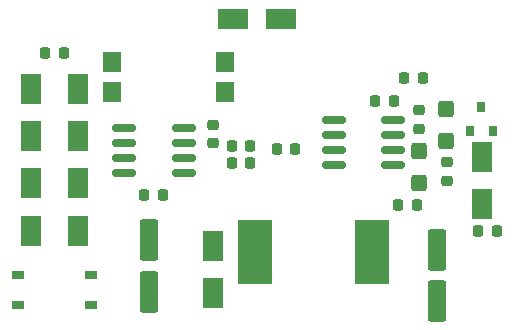
<source format=gtp>
G04 #@! TF.GenerationSoftware,KiCad,Pcbnew,6.0.9-8da3e8f707~116~ubuntu20.04.1*
G04 #@! TF.CreationDate,2023-03-26T14:48:38+00:00*
G04 #@! TF.ProjectId,LEC000042,4c454330-3030-4303-9432-2e6b69636164,rev?*
G04 #@! TF.SameCoordinates,Original*
G04 #@! TF.FileFunction,Paste,Top*
G04 #@! TF.FilePolarity,Positive*
%FSLAX46Y46*%
G04 Gerber Fmt 4.6, Leading zero omitted, Abs format (unit mm)*
G04 Created by KiCad (PCBNEW 6.0.9-8da3e8f707~116~ubuntu20.04.1) date 2023-03-26 14:48:38*
%MOMM*%
%LPD*%
G01*
G04 APERTURE LIST*
G04 Aperture macros list*
%AMRoundRect*
0 Rectangle with rounded corners*
0 $1 Rounding radius*
0 $2 $3 $4 $5 $6 $7 $8 $9 X,Y pos of 4 corners*
0 Add a 4 corners polygon primitive as box body*
4,1,4,$2,$3,$4,$5,$6,$7,$8,$9,$2,$3,0*
0 Add four circle primitives for the rounded corners*
1,1,$1+$1,$2,$3*
1,1,$1+$1,$4,$5*
1,1,$1+$1,$6,$7*
1,1,$1+$1,$8,$9*
0 Add four rect primitives between the rounded corners*
20,1,$1+$1,$2,$3,$4,$5,0*
20,1,$1+$1,$4,$5,$6,$7,0*
20,1,$1+$1,$6,$7,$8,$9,0*
20,1,$1+$1,$8,$9,$2,$3,0*%
G04 Aperture macros list end*
%ADD10RoundRect,0.218750X0.218750X0.256250X-0.218750X0.256250X-0.218750X-0.256250X0.218750X-0.256250X0*%
%ADD11RoundRect,0.249600X-0.550400X1.500400X-0.550400X-1.500400X0.550400X-1.500400X0.550400X1.500400X0*%
%ADD12R,1.800000X2.500000*%
%ADD13RoundRect,0.218750X0.256250X-0.218750X0.256250X0.218750X-0.256250X0.218750X-0.256250X-0.218750X0*%
%ADD14RoundRect,0.218750X-0.218750X-0.256250X0.218750X-0.256250X0.218750X0.256250X-0.218750X0.256250X0*%
%ADD15R,1.500000X1.780000*%
%ADD16RoundRect,0.162500X0.825000X0.162500X-0.825000X0.162500X-0.825000X-0.162500X0.825000X-0.162500X0*%
%ADD17RoundRect,0.249999X-0.425001X0.450001X-0.425001X-0.450001X0.425001X-0.450001X0.425001X0.450001X0*%
%ADD18RoundRect,0.218750X-0.256250X0.218750X-0.256250X-0.218750X0.256250X-0.218750X0.256250X0.218750X0*%
%ADD19RoundRect,0.150000X-0.825000X-0.150000X0.825000X-0.150000X0.825000X0.150000X-0.825000X0.150000X0*%
%ADD20R,2.900000X5.400000*%
%ADD21R,2.500000X1.800000*%
%ADD22R,1.000000X0.800000*%
%ADD23RoundRect,0.249600X0.550400X-1.500400X0.550400X1.500400X-0.550400X1.500400X-0.550400X-1.500400X0*%
%ADD24R,0.800000X0.900000*%
G04 APERTURE END LIST*
D10*
G04 #@! TO.C,C2*
X28787500Y14300000D03*
X27212500Y14300000D03*
G04 #@! TD*
D11*
G04 #@! TO.C,C3*
X52000000Y9700000D03*
X52000000Y5300000D03*
G04 #@! TD*
D10*
G04 #@! TO.C,C4*
X36175000Y17000000D03*
X34600000Y17000000D03*
G04 #@! TD*
D12*
G04 #@! TO.C,D2*
X21600000Y23300000D03*
X21600000Y19300000D03*
G04 #@! TD*
G04 #@! TO.C,D3*
X21600000Y15300000D03*
X21600000Y11300000D03*
G04 #@! TD*
G04 #@! TO.C,D4*
X17600000Y19300000D03*
X17600000Y23300000D03*
G04 #@! TD*
G04 #@! TO.C,D5*
X17600000Y11300000D03*
X17600000Y15300000D03*
G04 #@! TD*
G04 #@! TO.C,D6*
X33000000Y10000000D03*
X33000000Y6000000D03*
G04 #@! TD*
D13*
G04 #@! TO.C,D7*
X52800000Y15512500D03*
X52800000Y17087500D03*
G04 #@! TD*
D12*
G04 #@! TO.C,D8*
X55800000Y17550000D03*
X55800000Y13550000D03*
G04 #@! TD*
D10*
G04 #@! TO.C,R2*
X36175000Y18500000D03*
X34600000Y18500000D03*
G04 #@! TD*
D13*
G04 #@! TO.C,R3*
X33000000Y18700000D03*
X33000000Y20275000D03*
G04 #@! TD*
D14*
G04 #@! TO.C,R5*
X38425000Y18250000D03*
X40000000Y18250000D03*
G04 #@! TD*
D10*
G04 #@! TO.C,R6*
X50787500Y24250000D03*
X49212500Y24250000D03*
G04 #@! TD*
G04 #@! TO.C,R7*
X57037500Y11250000D03*
X55462500Y11250000D03*
G04 #@! TD*
D15*
G04 #@! TO.C,U2*
X24485000Y25570000D03*
X24485000Y23030000D03*
X34015000Y23030000D03*
X34015000Y25570000D03*
G04 #@! TD*
D16*
G04 #@! TO.C,U3*
X30537500Y16195000D03*
X30537500Y17465000D03*
X30537500Y18735000D03*
X30537500Y20005000D03*
X25462500Y20005000D03*
X25462500Y18735000D03*
X25462500Y17465000D03*
X25462500Y16195000D03*
G04 #@! TD*
D14*
G04 #@! TO.C,R1*
X18812500Y26300000D03*
X20387500Y26300000D03*
G04 #@! TD*
G04 #@! TO.C,C6*
X48712500Y13500000D03*
X50287500Y13500000D03*
G04 #@! TD*
D17*
G04 #@! TO.C,C7*
X50500000Y18000000D03*
X50500000Y15300000D03*
G04 #@! TD*
G04 #@! TO.C,C8*
X52750000Y21600000D03*
X52750000Y18900000D03*
G04 #@! TD*
D18*
G04 #@! TO.C,R4*
X50500000Y21500000D03*
X50500000Y19925000D03*
G04 #@! TD*
D19*
G04 #@! TO.C,U1*
X43275000Y20655000D03*
X43275000Y19385000D03*
X43275000Y18115000D03*
X43275000Y16845000D03*
X48225000Y16845000D03*
X48225000Y18115000D03*
X48225000Y19385000D03*
X48225000Y20655000D03*
G04 #@! TD*
D10*
G04 #@! TO.C,C5*
X48325000Y22250000D03*
X46750000Y22250000D03*
G04 #@! TD*
D20*
G04 #@! TO.C,L1*
X46450000Y9500000D03*
X36550000Y9500000D03*
G04 #@! TD*
D21*
G04 #@! TO.C,D9*
X38750000Y29250000D03*
X34750000Y29250000D03*
G04 #@! TD*
D22*
G04 #@! TO.C,D1*
X22675000Y5030000D03*
X22675000Y7570000D03*
X16525000Y7570000D03*
X16525000Y5030000D03*
G04 #@! TD*
D23*
G04 #@! TO.C,C1*
X27600000Y6100000D03*
X27600000Y10500000D03*
G04 #@! TD*
D24*
G04 #@! TO.C,Q1*
X54800000Y19750000D03*
X56700000Y19750000D03*
X55750000Y21750000D03*
G04 #@! TD*
M02*

</source>
